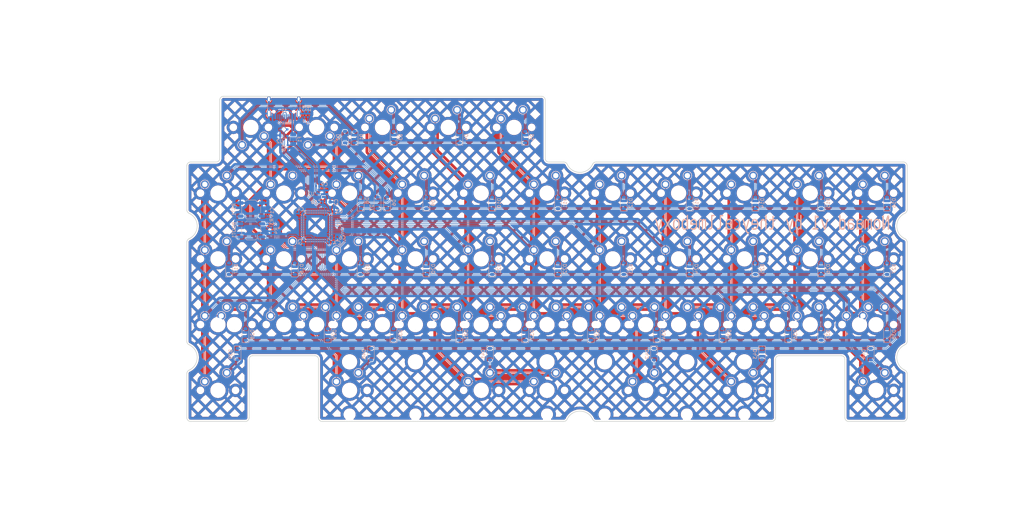
<source format=kicad_pcb>
(kicad_pcb (version 20240108) (generator "pcbnew") (generator_version "8.0")
  (layers (0 "F.Cu" signal) (31 "B.Cu" signal) (34 "B.Paste" user) (35 "F.Paste" user) (36 "B.SilkS" user "B.Silkscreen") (37 "F.SilkS" user "F.Silkscreen") (38 "B.Mask" user) (39 "F.Mask" user) (44 "Edge.Cuts" user))
  (net 0 "")
  (net 1 "+3V3")
  (net 2 "BOOT0")
  (net 3 "GND")
  (net 4 "NRST")
  (net 5 "+5V")
  (net 6 "VBUS")
  (net 7 "D-")
  (net 10 "D+")
  (net 11 "Net-(J1-CC1)")
  (net 12 "Net-(J1-CC2)")
  (net 13 "Net-(R3-Pad2)")
  (net 14 "/B14")
  (net 15 "/A3")
  (net 16 "/A13")
  (net 17 "/A7")
  (net 18 "/B11")
  (net 19 "/B1")
  (net 20 "/B0")
  (net 21 "/A5")
  (net 22 "/A9")
  (net 23 "/B10")
  (net 24 "/A6")
  (net 25 "/B12")
  (net 26 "/B13")
  (net 27 "/A10")
  (net 28 "/B15")
  (net 29 "/A4")
  (net 30 "/B3")
  (net 31 "/B2")
  (net 32 "/A8")
  (net 33 "Net-(D1-A)")
  (net 34 "Net-(D2-A)")
  (net 35 "Net-(D3-A)")
  (net 36 "Net-(D4-A)")
  (net 37 "Net-(D5-A)")
  (net 38 "Net-(D6-A)")
  (net 39 "Net-(D7-A)")
  (net 40 "Net-(D8-A)")
  (net 41 "Net-(D9-A)")
  (net 42 "Net-(D10-A)")
  (net 43 "Net-(D11-A)")
  (net 44 "Net-(D12-A)")
  (net 45 "Net-(D13-A)")
  (net 46 "Net-(D14-A)")
  (net 47 "Net-(D15-A)")
  (net 48 "Net-(D16-A)")
  (net 49 "Net-(D17-A)")
  (net 50 "Net-(D18-A)")
  (net 51 "Net-(D19-A)")
  (net 52 "Net-(D20-A)")
  (net 53 "Net-(D21-A)")
  (net 54 "Net-(D22-A)")
  (net 55 "Net-(D23-A)")
  (net 56 "Net-(D24-A)")
  (net 57 "Net-(D25-A)")
  (net 58 "Net-(D26-A)")
  (net 59 "Net-(D27-A)")
  (net 60 "Net-(D28-A)")
  (net 61 "Net-(D29-A)")
  (net 62 "Net-(D30-A)")
  (net 63 "Net-(D31-A)")
  (net 64 "Net-(D32-A)")
  (net 65 "Net-(D33-A)")
  (net 66 "Net-(D34-A)")
  (net 67 "Net-(D35-A)")
  (net 68 "Net-(D36-A)")
  (net 69 "Net-(D37-A)")
  (net 70 "Net-(D38-A)")
  (net 71 "Net-(D39-A)")
  (net 72 "Net-(D40-A)")
  (net 73 "Net-(D41-A)")
  (net 74 "Net-(D42-A)")
  (net 75 "Net-(D43-A)")
  (net 76 "Net-(D44-A)")
  (net 77 "row2")
  (net 78 "col0")
  (net 79 "col1")
  (net 80 "row0")
  (net 81 "row1")
  (net 82 "col2")
  (net 83 "row3")
  (net 84 "row4")
  (net 85 "col8")
  (net 86 "col9")
  (net 87 "col10")
  (net 88 "col3")
  (net 89 "col4")
  (net 90 "col5")
  (net 91 "col6")
  (net 92 "col7")
  (footprint "PCM_marbastlib-mx:SW_MX_1u" (layer "F.Cu") (at 164.30625 83.34375)
    (property "Reference" "MX12" (hide yes))
    (property "Value" "MX_SW_HS")
  )
  (footprint "PCM_marbastlib-mx:SW_MX_1u" (layer "F.Cu") (at 202.40625 83.34375)
    (property "Reference" "MX14" (hide yes))
    (property "Value" "MX_SW_HS")
  )
  (footprint "PCM_marbastlib-mx:SW_MX_1u" (layer "F.Cu") (at 164.30625 121.44375)
    (property "Reference" "MX34" (hide yes))
    (property "Value" "MX_SW_HS")
  )
  (footprint "PCM_marbastlib-mx:SW_MX_1u" (layer "F.Cu") (at 183.35625 83.34375)
    (property "Reference" "MX13" (hide yes))
    (property "Value" "MX_SW_HS")
  )
  (footprint "PCM_marbastlib-mx:SW_MX_1u" (layer "F.Cu") (at 126.20625 140.49375)
    (property "Reference" "MX51" (hide yes))
    (property "Value" "MX_SW_HS")
  )
  (footprint "PCM_marbastlib-mx:SW_MX_1u" (layer "F.Cu") (at 126.20625 102.39375)
    (property "Reference" "MX21" (hide yes))
    (property "Value" "MX_SW_HS")
  )
  (footprint "PCM_marbastlib-mx:SW_MX_1u" (layer "F.Cu") (at 126.20625 121.44375)
    (property "Reference" "MX32" (hide yes))
    (property "Value" "MX_SW_HS")
  )
  (footprint "PCM_marbastlib-mx:SW_MX_1u" (layer "F.Cu") (at 59.53125 64.29375 180)
    (property "Reference" "MX1" (hide yes))
    (property "Value" "MX_SW_HS")
  )
  (footprint "PCM_marbastlib-mx:SW_MX_1u" (layer "F.Cu") (at 202.40625 102.39375)
    (property "Reference" "MX25" (hide yes))
    (property "Value" "MX_SW_HS")
  )
  (footprint "PCM_marbastlib-mx:SW_MX_1u" (layer "F.Cu") (at 116.68125 121.44375)
    (property "Reference" "MX42" (hide yes))
    (property "Value" "MX_SW_HS")
  )
  (footprint "PCM_marbastlib-mx:SW_MX_1u" (layer "F.Cu") (at 145.25625 83.34375)
    (property "Reference" "MX11" (hide yes))
    (property "Value" "MX_SW_HS")
  )
  (footprint "PCM_marbastlib-mx:SW_MX_1u" (layer "F.Cu") (at 107.15625 83.34375)
    (property "Reference" "MX9" (hide yes))
    (property "Value" "MX_SW_HS")
  )
  (footprint "PCM_marbastlib-mx:SW_MX_1u" (layer "F.Cu") (at 78.58125 64.29375 180)
    (property "Reference" "MX2" (hide yes))
    (property "Value" "MX_SW_HS")
  )
  (footprint "PCM_marbastlib-mx:SW_MX_1u" (layer "F.Cu") (at 164.30625 102.39375)
    (property "Reference" "MX23" (hide yes))
    (property "Value" "MX_SW_HS")
  )
  (footprint "PCM_marbastlib-mx:SW_MX_1u" (layer "F.Cu") (at 240.50625 83.34375)
    (property "Reference" "MX16" (hide yes))
    (property "Value" "MX_SW_HS")
  )
  (footprint "PCM_marbastlib-mx:SW_MX_1u" (layer "F.Cu") (at 54.76875 121.44375)
    (property "Reference" "MX39" (hide yes))
    (property "Value" "MX_SW_HS")
  )
  (footprint "PCM_marbastlib-mx:SW_MX_1u" (layer "F.Cu") (at 221.45625 102.39375)
    (property "Reference" "MX26" (hide yes))
    (property "Value" "MX_SW_HS")
  )
  (footprint "PCM_marbastlib-mx:SW_MX_1u" (layer "F.Cu") (at 240.50625 102.39375)
    (property "Reference" "MX27" (hide yes))
    (property "Value" "MX_SW_HS")
  )
  (footprint "PCM_marbastlib-mx:SW_MX_1u" (layer "F.Cu") (at 135.73125 121.44375)
    (property "Reference" "MX43" (hide yes))
    (property "Value" "MX_SW_HS")
  )
  (footprint "PCM_marbastlib-mx:SW_MX_1u" (layer "F.Cu") (at 88.10625 83.34375)
    (property "Reference" "MX8" (hide yes))
    (property "Value" "MX_SW_HS")
  )
  (footprint "PCM_marbastlib-mx:SW_MX_1u" (layer "F.Cu") (at 69.05625 102.39375)
    (property "Reference" "MX18" (hide yes))
    (property "Value" "MX_SW_HS")
  )
  (footprint "PCM_marbastlib-mx:SW_MX_1u" (layer "F.Cu") (at 107.15625 121.44375)
    (property "Reference" "MX31" (hide yes))
    (property "Value" "MX_SW_HS")
  )
  (footprint "PCM_marbastlib-mx:SW_MX_1u" (layer "F.Cu") (at 183.35625 102.39375)
    (property "Reference" "MX24" (hide yes))
    (property "Value" "MX_SW_HS")
  )
  (footprint "PCM_marbastlib-mx:SW_MX_1u" (layer "F.Cu") (at 88.10625 121.44375)
    (property "Reference" "MX30" (hide yes))
    (property "Value" "MX_SW_HS")
  )
  (footprint "PCM_marbastlib-mx:SW_MX_1u" (layer "F.Cu") (at 97.63125 64.29375)
    (property "Reference" "MX3" (hide yes))
    (property "Value" "MX_SW_HS")
  )
  (footprint "PCM_marbastlib-mx:SW_MX_1u" (layer "F.Cu") (at 240.50625 121.44375)
    (property "Reference" "MX38" (hide yes))
    (property "Value" "MX_SW_HS")
  )
  (footprint "PCM_marbastlib-mx:SW_MX_1u" (layer "F.Cu") (at 221.45625 121.44375)
    (property "Reference" "MX37" (hide yes))
    (property "Value" "MX_SW_HS")
  )
  (footprint "PCM_marbastlib-mx:SW_MX_1u" (layer "F.Cu") (at 50.00625 121.44375)
    (property "Reference" "MX28" (hide yes))
    (property "Value" "MX_SW_HS")
  )
  (footprint "PCM_marbastlib-mx:SW_MX_1u" (layer "F.Cu") (at 202.40625 140.49375)
    (property "Reference" "MX54" (hide yes))
    (property "Value" "MX_SW_HS")
  )
  (footprint "PCM_marbastlib-mx:STAB_MX_2u" (layer "F.Cu") (at 173.83125 140.49375 180)
    (property "Reference" "S2" (hide yes))
    (property "Value" "MX_stab")
  )
  (footprint "PCM_marbastlib-mx:SW_MX_1u" (layer "F.Cu") (at 69.05625 83.34375)
    (property "Reference" "MX7" (hide yes))
    (property "Value" "MX_SW_HS")
  )
  (footprint "PCM_marbastlib-mx:STAB_MX_7u" (layer "F.Cu") (at 145.25625 140.49375 180)
    (property "Reference" "S1" (hide yes))
    (property "Value" "MX_stab")
  )
  (footprint "PCM_marbastlib-mx:SW_MX_1u" (layer "F.Cu") (at 135.73125 64.29375)
    (property "Reference" "MX5" (hide yes))
    (property "Value" "MX_SW_HS")
  )
  (footprint "PCM_marbastlib-mx:SW_MX_1u" (layer "F.Cu") (at 50.00625 83.34375)
    (property "Reference" "MX6" (hide yes))
    (property "Value" "MX_SW_HS")
  )
  (footprint "PCM_marbastlib-mx:SW_MX_1u" (layer "F.Cu") (at 192.88125 121.44375)
    (property "Reference" "MX46" (hide yes))
    (property "Value" "MX_SW_HS")
  )
  (footprint "PCM_marbastlib-mx:SW_MX_1u" (layer "F.Cu") (at 173.83125 140.49375)
    (property "Reference" "MX53" (hide yes))
    (property "Value" "MX_SW_HS")
  )
  (footprint "PCM_marbastlib-mx:SW_MX_1u" (layer "F.Cu") (at 145.25625 102.39375)
    (property "Reference" "MX22" (hide yes))
    (property "Value" "MX_SW_HS")
  )
  (footprint "PCM_marbastlib-mx:SW_MX_1u" (layer "F.Cu") (at 221.45625 83.34375)
    (property "Reference" "MX15" (hide yes))
    (property "Value" "MX_SW_HS")
  )
  (footprint "PCM_marbastlib-mx:SW_MX_1u" (layer "F.Cu") (at 88.10625 140.49375)
    (property "Reference" "MX50" (hide yes))
    (property "Value" "MX_SW_HS")
  )
  (footprint "PCM_marbastlib-mx:SW_MX_1u" (layer "F.Cu") (at 126.20625 83.34375)
    (property "Reference" "MX10" (hide yes))
    (property "Value" "MX_SW_HS")
  )
  (footprint "PCM_marbastlib-mx:SW_MX_1u" (layer "F.Cu") (at 240.50625 140.49375)
    (property "Reference" "MX55" (hide yes))
    (property "Value" "MX_SW_HS")
  )
  (footprint "PCM_marbastlib-mx:SW_MX_1u" (layer "F.Cu") (at 211.93125 121.44375)
    (property "Reference" "MX47" (hide yes))
    (property "Value" "MX_SW_HS")
  )
  (footprint "PCM_marbastlib-mx:SW_MX_1u" (layer "F.Cu") (at 50.00625 102.39375)
    (property "Reference" "MX17" (hide yes))
    (property "Value" "MX_SW_HS")
  )
  (footprint "PCM_marbastlib-mx:SW_MX_1u" (layer "F.Cu") (at 50.00625 140.49375)
    (property "Reference" "MX49" (hide yes))
    (property "Value" "MX_SW_HS")
  )
  (footprint "PCM_marbastlib-mx:SW_MX_1u" (layer "F.Cu") (at 97.63125 121.44375)
    (property "Reference" "MX41" (hide yes))
    (property "Value" "MX_SW_HS")
  )
  (footprint "PCM_marbastlib-mx:SW_MX_1u" (layer "F.Cu") (at 183.35625 121.44375)
    (property "Reference" "MX35" (hide yes))
    (property "Value" "MX_SW_HS")
  )
  (footprint "PCM_marbastlib-mx:SW_MX_1u" (layer "F.Cu") (at 116.68125 64.29375)
    (property "Reference" "MX4" (hide yes))
    (property "Value" "MX_SW_HS")
  )
  (footprint "PCM_marbastlib-mx:SW_MX_1u" (layer "F.Cu") (at 235.74375 121.44375)
    (property "Reference" "MX48" (hide yes))
    (property "Value" "MX_SW_HS")
  )
  (footprint "PCM_marbastlib-mx:SW_MX_1u" (layer "F.Cu") (at 69.05625 121.44375)
    (property "Reference" "MX29" (hide yes))
    (property "Value" "MX_SW_HS")
  )
  (footprint "PCM_marbastlib-mx:STAB_MX_3u" (layer "F.Cu") (at 126.20625 140.49375 180)
    (property "Reference" "S3" (hide yes))
    (property "Value" "MX_stab")
  )
  (footprint "PCM_marbastlib-mx:SW_MX_1u" (layer "F.Cu") (at 202.40625 121.44375)
    (property "Reference" "MX36" (hide yes))
    (property "Value" "MX_SW_HS")
  )
  (footprint "PCM_marbastlib-mx:SW_MX_1u" (layer "F.Cu") (at 107.15625 102.39375)
    (property "Reference" "MX20" (hide yes))
    (property "Value" "MX_SW_HS")
  )
  (footprint "PCM_marbastlib-mx:SW_MX_1u" (layer "F.Cu") (at 145.25625 121.44375)
    (property "Reference" "MX33" (hide yes))
    (property "Value" "MX_SW_HS")
  )
  (footprint "PCM_marbastlib-mx:SW_MX_1u" (layer "F.Cu") (at 145.25625 140.49375)
    (property "Reference" "MX52" (hide yes))
    (property "Value" "MX_SW_HS")
  )
  (footprint "PCM_marbastlib-mx:SW_MX_1u" (layer "F.Cu") (at 154.78125 121.44375)
    (property "Reference" "MX44" (hide yes))
    (property "Value" "MX_SW_HS")
  )
  (footprint "PCM_marbastlib-mx:SW_MX_1u" (layer "F.Cu") (at 173.83125 121.44375)
    (property "Reference" "MX45" (hide yes))
    (property "Value" "MX_SW_HS")
  )
  (footprint "PCM_marbastlib-mx:SW_MX_1u" (layer "F.Cu") (at 88.10625 102.39375)
    (property "Reference" "MX19" (hide yes))
    (property "Value" "MX_SW_HS")
  )
  (footprint "PCM_marbastlib-mx:SW_MX_1u" (layer "F.Cu") (at 78.58125 121.44375)
    (property "Reference" "MX40" (hide yes))
    (property "Value" "MX_SW_HS")
  )
  (footprint "Capacitor_SMD:C_0402_1005Metric" (layer "B.Cu") (at 64.35 89.5 90)
    (property "Reference" "C1")
    (property "Value" "100nF")
  )
  (footprint "Diode_SMD:D_SOD-123" (layer "B.Cu") (at 224.65 105.25 90)
    (property "Reference" "D26")
    (property "Value" "D")
  )
  (footprint "Diode_SMD:D_SOD-123" (layer "B.Cu") (at 177.025 124.3 90)
    (property "Reference" "D34")
    (property "Value" "D")
  )
  (footprint "Fuse:Fuse_1206_3216Metric" (layer "B.Cu") (at 71.8 67.7 -90)
    (property "Reference" "F1")
    (property "Value" "500mA")
  )
  (footprint "Button_Switch_SMD:SW_SPST_TL3342" (layer "B.Cu") (at 59.6 94.15)
    (property "Reference" "BOOT1")
    (property "Value" "SW_SPST")
  )
  (footprint "Diode_SMD:D_SOD-123" (layer "B.Cu") (at 128.75 130 -90)
    (property "Reference" "D41")
    (property "Value" "D")
  )
  (footprint "Diode_SMD:D_SOD-123" (layer "B.Cu") (at 138.9475 67.1275 90)
    (property "Reference" "D5")
    (property "Value" "D")
  )
  (footprint "Package_TO_SOT_SMD:SOT-143" (layer "B.Cu") (at 69.05 65.85)
    (property "Reference" "U2")
    (property "Value" "PRTR5V0U2X")
  )
  (footprint "Diode_SMD:D_SOD-123" (layer "B.Cu") (at 243.7 86.2 90)
    (property "Reference" "D16")
    (property "Value" "D")
  )
  (footprint "Resistor_SMD:R_0402_1005Metric" (layer "B.Cu") (at 76 60.8 -90)
    (property "Reference" "R1")
    (property "Value" "5.1k")
  )
  (footprint "Diode_SMD:D_SOD-123" (layer "B.Cu") (at 81.775 124.3 90)
    (property "Reference" "D29")
    (property "Value" "D")
  )
  (footprint "Capacitor_SMD:C_0402_1005Metric" (layer "B.Cu") (at 70.2 69.95 -90)
    (property "Reference" "C8")
    (property "Value" "100nF")
  )
  (footprint "Diode_SMD:D_SOD-123" (layer "B.Cu") (at 100.8475 67.1275 90)
    (property "Reference" "D3")
    (property "Value" "D")
  )
  (footprint "Diode_SMD:D_SOD-123" (layer "B.Cu") (at 176.25 130 -90)
    (property "Reference" "D42")
    (property "Value" "D")
  )
  (footprint "Capacitor_SMD:C_0402_1005Metric" (layer "B.Cu") (at 80.85 85.7 180)
    (property "Reference" "C10")
    (property "Value" "1uF")
  )
  (footprint "Diode_SMD:D_SOD-123" (layer "B.Cu") (at 148.45 105.25 90)
    (property "Reference" "D22")
    (property "Value" "D")
  )
  (footprint "Capacitor_SMD:C_0402_1005Metric" (layer "B.Cu") (at 74.95 97.55 -90)
    (property "Reference" "C5")
    (property "Value" "100nF")
  )
  (footprint "Diode_SMD:D_SOD-123" (layer "B.Cu") (at 72.25 105.25 90)
    (property "Reference" "D18")
    (property "Value" "D")
  )
  (footprint "Diode_SMD:D_SOD-123" (layer "B.Cu") (at 119.8975 67.1275 90)
    (property "Reference" "D4")
    (property "Value" "D")
  )
  (footprint "Capacitor_SMD:C_0402_1005Metric" (layer "B.Cu") (at 82.65 97.45)
    (property "Reference" "C7")
    (property "Value" "100nF")
  )
  (footprint "Diode_SMD:D_SOD-123" (layer "B.Cu") (at 215.125 124.3 90)
    (property "Reference" "D36")
    (property "Value" "D")
  )
  (footprint "Diode_SMD:D_SOD-123" (layer "B.Cu") (at 196.075 124.3 90)
    (property "Reference" "D35")
    (property "Value" "D")
  )
  (footprint "Diode_SMD:D_SOD-123" (layer "B.Cu") (at 186.55 86.2 90)
    (property "Reference" "D13")
    (property "Value" "D")
  )
  (footprint "Capacitor_SMD:C_0402_1005Metric" (layer "B.Cu") (at 73.9 89.25 180)
    (property "Reference" "C4")
    (property "Value" "100nF")
  )
  (footprint "Diode_SMD:D_SOD-123" (layer "B.Cu") (at 224.65 124.3 90)
    (property "Reference" "D37")
    (property "Value" "D")
  )
  (footprint "Diode_SMD:D_SOD-123" (layer "B.Cu") (at 238.95 130 -90)
    (property "Reference" "D44")
    (property "Value" "D")
  )
  (footprint "Diode_SMD:D_SOD-123" (layer "B.Cu") (at 94.2725 130 -90)
    (property "Reference" "D40")
    (property "Value" "D")
  )
  (footprint "Capacitor_SMD:C_0402_1005Metric" (layer "B.Cu") (at 83.15 88.65)
    (property "Reference" "C3")
    (property "Value" "100nF")
  )
  (footprint "Diode_SMD:D_SOD-123" (layer "B.Cu") (at 91.3225 86.1775 90)
    (property "Reference" "D8")
    (property "Value" "D")
  )
  (footprint "Diode_SMD:D_SOD-123" (layer "B.Cu") (at 96.2 86.1775 90)
    (property "Reference" "D7")
    (property "Value" "D")
  )
  (footprint "Package_QFP:LQFP-48_7x7mm_P0.5mm" (layer "B.Cu") (at 78.58125 92.86875 90)
    (property "Reference" "U1")
    (property "Value" "STM32F072CBT6")
  )
  (footprint "Diode_SMD:D_SOD-123" (layer "B.Cu") (at 138.925 124.3 90)
    (property "Reference" "D32")
    (property "Value" "D")
  )
  (footprint "Capacitor_SMD:C_0402_1005Metric" (layer "B.Cu") (at 83.6 96.5)
    (property "Reference" "C6")
    (property "Value" "100nF")
  )
  (footprint "Resistor_SMD:R_0402_1005Metric" (layer "B.Cu") (at 75.05 60.8 90)
    (property "Reference" "R2")
    (property "Value" "5.1k")
  )
  (footprint "PCM_marbastlib-various:USB_C_Receptacle_HRO_TYPE-C-31-M-12" (layer "B.Cu") (at 69.05625 57.15)
    (property "Reference" "J1")
    (property "Value" "USB_C_Receptacle_USB2.0")
  )
  (footprint "Diode_SMD:D_SOD-123" (layer "B.Cu") (at 98.95 86.1325 90)
    (property "Reference" "D6")
    (property "Value" "D")
  )
  (footprint "Diode_SMD:D_SOD-123" (layer "B.Cu") (at 129.4 105.25 90)
    (property "Reference" "D21")
    (property "Value" "D")
  )
  (footprint "Diode_SMD:D_SOD-123" (layer "B.Cu") (at 53.2 105.25 90)
    (property "Reference" "D17")
    (property "Value" "D")
  )
  (footprint "Capacitor_SMD:C_0603_1608Metric" (layer "B.Cu") (at 82.5 86.7 90)
    (property "Reference" "C2")
    (property "Value" "10uF")
  )
  (footprint "Diode_SMD:D_SOD-123" (layer "B.Cu") (at 186.55 105.25 90)
    (property "Reference" "D24")
    (property "Value" "D")
  )
  (footprint "Diode_SMD:D_SOD-123" (layer "B.Cu") (at 224.65 86.2 90)
    (property "Reference" "D15")
    (property "Value" "D")
  )
  (footprint "Diode_SMD:D_SOD-123" (layer "B.Cu") (at 119.875 124.3 90)
    (property "Reference" "D31")
    (property "Value" "D")
  )
  (footprint "Package_TO_SOT_SMD:SOT-23" (layer "B.Cu") (at 79.85 83.5 180)
    (property "Reference" "U3")
    (property "Value" "XC6206PxxxMR-Regulator_Linear")
  )
  (footprint "Diode_SMD:D_SOD-123" (layer "B.Cu") (at 89.55 67.1275 90)
    (property "Reference" "D1")
    (property "Value" "D")
  )
  (footprint "Diode_SMD:D_SOD-123" (layer "B.Cu") (at 110.35 86.2 90)
    (property "Reference" "D9")
    (property "Value" "D")
  )
  (footprint "Diode_SMD:D_SOD-123" (layer "B.Cu") (at 167.5 105.25 90)
    (property "Reference" "D23")
    (property "Value" "D")
  )
  (footprint "Resistor_SMD:R_0402_1005Metric" (layer "B.Cu") (at 65.4 93.9 -90)
    (property "Reference" "R4")
    (property "Value" "5.1k")
  )
  (footprint "Diode_SMD:D_SOD-123" (layer "B.Cu") (at 57.9625 124.3 90)
    (property "Reference" "D28")
    (property "Value" "D")
  )
  (footprint "Resistor_SMD:R_0402_1005Metric" (layer "B.Cu") (at 64.4 92.9 -90)
    (property "Reference" "R3")
    (property "Value" "5.1k")
  )
  (footprint "Diode_SMD:D_SOD-123" (layer "B.Cu") (at 167.5 86.2 90)
    (property "Reference" "D12")
    (property "Value" "D")
  )
  (footprint "Diode_SMD:D_SOD-123" (layer "B.Cu") (at 243.7 105.25 90)
    (property "Reference" "D27")
    (property "Value" "D")
  )
  (footprint "Diode_SMD:D_SOD-123" (layer "B.Cu") (at 148.45 86.2 90)
    (property "Reference" "D11")
    (property "Value" "D")
  )
  (footprint "Diode_SMD:D_SOD-123" (layer "B.Cu") (at 207.5 130 -90)
    (property "Reference" "D43")
    (property "Value" "D")
  )
  (footprint "Diode_SMD:D_SOD-123" (layer "B.Cu") (at 205.6 105.25 90)
    (property "Reference" "D25")
    (property "Value" "D")
  )
  (footprint "Diode_SMD:D_SOD-123" (layer "B.Cu") (at 205.6 86.2 90)
    (property "Reference" "D14")
    (property "Value" "D")
  )
  (footprint "Capacitor_SMD:C_0402_1005Metric" (layer "B.Cu") (at 78.85 81.3)
    (property "Reference" "C9")
    (property "Value" "1uF")
  )
  (footprint "Diode_SMD:D_SOD-123" (layer "B.Cu") (at 55.6725 130 -90)
    (property "Reference" "D39")
    (property "Value" "D")
  )
  (footprint "Diode_SMD:D_SOD-123" (layer "B.Cu") (at 86.8 67.1275 90)
    (property "Reference" "D2")
    (property "Value" "D")
  )
  (footprint "Diode_SMD:D_SOD-123" (layer "B.Cu") (at 91.3 105.25 90)
    (property "Reference" "D19")
    (property "Value" "D")
  )
  (footprint "Diode_SMD:D_SOD-123" (layer "B.Cu") (at 100.825 124.3 90)
    (property "Reference" "D30")
    (property "Value" "D")
  )
  (footprint "Button_Switch_SMD:SW_SPST_TL3342" (layer "B.Cu") (at 59.6 88.10625)
    (property "Reference" "RST1")
    (property "Value" "SW_SPST")
  )
  (footprint "Diode_SMD:D_SOD-123" (layer "B.Cu") (at 110.35 105.25 90)
    (property "Reference" "D20")
    (property "Value" "D")
  )
  (footprint "Diode_SMD:D_SOD-123" (layer "B.Cu") (at 157.975 124.3 90)
    (property "Reference" "D33")
    (property "Value" "D")
  )
  (footprint "Diode_SMD:D_SOD-123" (layer "B.Cu") (at 129.4 86.2 90)
    (property "Reference" "D10")
    (property "Value" "D")
  )
  (footprint "Diode_SMD:D_SOD-123" (layer "B.Cu") (at 243.7 124.3 90)
    (property "Reference" "D38")
    (property "Value" "D")
  )
  (gr_line (start 232.55625 149.49375) (end 248.45625 149.49375) (stroke (width 0.2)) (layer "Edge.Cuts"))
  (gr_arc (start 248.888603 96.559475) (mid 246.50625 92.86875) (end 248.888603 89.178025) (stroke (width 0.2)) (layer "Edge.Cuts"))
  (gr_arc (start 249.50625 88.221168) (mid 249.338427 88.790611) (end 248.888603 89.178025) (stroke (width 0.2)) (layer "Edge.Cuts"))
  (gr_arc (start 151.090525 148.876103) (mid 154.78125 146.49375) (end 158.471975 148.876103) (stroke (width 0.2)) (layer "Edge.Cuts"))
  (gr_line (start 42.05625 149.49375) (end 57.95625 149.49375) (stroke (width 0.2)) (layer "Edge.Cuts"))
  (gr_line (start 60.05625 130.44375) (end 78.056251 130.44375) (stroke (width 0.2)) (layer "Edge.Cuts"))
  (gr_arc (start 78.056251 130.44375) (mid 78.798712 130.751288) (end 79.10625 131.49375) (stroke (width 0.2)) (layer "Edge.Cuts"))
  (gr_arc (start 248.888603 96.559475) (mid 249.338426 96.946889) (end 249.50625 97.516332) (stroke (width 0.2)) (layer "Edge.Cuts"))
  (gr_arc (start 158.471975 74.961397) (mid 158.859389 74.511574) (end 159.428832 74.34375) (stroke (width 0.2)) (layer "Edge.Cuts"))
  (gr_arc (start 145.78125 74.34375) (mid 145.038788 74.036212) (end 144.73125 73.29375) (stroke (width 0.2)) (layer "Edge.Cuts"))
  (gr_line (start 231.50625 131.49375) (end 231.50625 148.44375) (stroke (width 0.2)) (layer "Edge.Cuts"))
  (gr_arc (start 248.888603 134.659475) (mid 246.50625 130.96875) (end 248.888603 127.278025) (stroke (width 0.2)) (layer "Edge.Cuts"))
  (gr_line (start 80.15625 149.49375) (end 150.133668 149.49375) (stroke (width 0.2)) (layer "Edge.Cuts"))
  (gr_line (start 249.50625 126.321168) (end 249.50625 97.516332) (stroke (width 0.2)) (layer "Edge.Cuts"))
  (gr_arc (start 248.456251 74.34375) (mid 249.198712 74.651288) (end 249.50625 75.39375) (stroke (width 0.2)) (layer "Edge.Cuts"))
  (gr_arc (start 41.623897 127.278025) (mid 44.00625 130.96875) (end 41.623897 134.659475) (stroke (width 0.2)) (layer "Edge.Cuts"))
  (gr_arc (start 232.55625 149.49375) (mid 231.813788 149.186212) (end 231.50625 148.44375) (stroke (width 0.2)) (layer "Edge.Cuts"))
  (gr_line (start 150.133668 74.34375) (end 145.78125 74.34375) (stroke (width 0.2)) (layer "Edge.Cuts"))
  (gr_arc (start 41.623897 127.278025) (mid 41.175731 126.893186) (end 41.00625 126.327298) (stroke (width 0.2)) (layer "Edge.Cuts"))
  (gr_line (start 159.428832 149.49375) (end 210.35625 149.49375) (stroke (width 0.2)) (layer "Edge.Cuts"))
  (gr_arc (start 230.456251 130.44375) (mid 231.198712 130.751288) (end 231.50625 131.49375) (stroke (width 0.2)) (layer "Edge.Cuts"))
  (gr_line (start 248.456251 74.34375) (end 159.428832 74.34375) (stroke (width 0.2)) (layer "Edge.Cuts"))
  (gr_arc (start 50.53125 73.29375) (mid 50.223712 74.036212) (end 49.48125 74.34375) (stroke (width 0.2)) (layer "Edge.Cuts"))
  (gr_line (start 49.48125 74.34375) (end 42.05625 74.34375) (stroke (width 0.2)) (layer "Edge.Cuts"))
  (gr_line (start 249.50625 148.44375) (end 249.50625 135.616332) (stroke (width 0.2)) (layer "Edge.Cuts"))
  (gr_line (start 144.73125 73.29375) (end 144.73125 56.34375) (stroke (width 0.2)) (layer "Edge.Cuts"))
  (gr_arc (start 143.681251 55.29375) (mid 144.423712 55.601288) (end 144.73125 56.34375) (stroke (width 0.2)) (layer "Edge.Cuts"))
  (gr_line (start 59.00625 148.44375) (end 59.00625 131.493749) (stroke (width 0.2)) (layer "Edge.Cuts"))
  (gr_arc (start 249.50625 148.44375) (mid 249.198712 149.186212) (end 248.45625 149.49375) (stroke (width 0.2)) (layer "Edge.Cuts"))
  (gr_arc (start 159.428832 149.49375) (mid 158.859389 149.325927) (end 158.471975 148.876103) (stroke (width 0.2)) (layer "Edge.Cuts"))
  (gr_arc (start 248.888603 134.659475) (mid 249.338426 135.046889) (end 249.50625 135.616332) (stroke (width 0.2)) (layer "Edge.Cuts"))
  (gr_arc (start 249.50625 126.321168) (mid 249.338427 126.890611) (end 248.888603 127.278025) (stroke (width 0.2)) (layer "Edge.Cuts"))
  (gr_line (start 212.45625 130.44375) (end 230.456251 130.44375) (stroke (width 0.2)) (layer "Edge.Cuts"))
  (gr_line (start 79.10625 131.49375) (end 79.10625 148.44375) (stroke (width 0.2)) (layer "Edge.Cuts"))
  (gr_line (start 211.40625 148.44375) (end 211.40625 131.49375) (stroke (width 0.2)) (layer "Edge.Cuts"))
  (gr_line (start 41.00625 75.39375) (end 41.00625 88.227298) (stroke (width 0.2)) (layer "Edge.Cuts"))
  (gr_arc (start 41.00625 97.51635) (mid 41.174067 96.946888) (end 41.623897 96.559475) (stroke (width 0.2)) (layer "Edge.Cuts"))
  (gr_arc (start 211.40625 131.49375) (mid 211.713788 130.751288) (end 212.45625 130.44375) (stroke (width 0.2)) (layer "Edge.Cuts"))
  (gr_arc (start 158.471975 74.961397) (mid 154.78125 77.34375) (end 151.090525 74.961397) (stroke (width 0.2)) (layer "Edge.Cuts"))
  (gr_line (start 50.53125 56.34375) (end 50.53125 73.29375) (stroke (width 0.2)) (layer "Edge.Cuts"))
  (gr_arc (start 80.15625 149.49375) (mid 79.413788 149.186212) (end 79.10625 148.44375) (stroke (width 0.2)) (layer "Edge.Cuts"))
  (gr_arc (start 41.00625 75.39375) (mid 41.313788 74.651288) (end 42.05625 74.34375) (stroke (width 0.2)) (layer "Edge.Cuts"))
  (gr_arc (start 59.00625 131.493749) (mid 59.313788 130.751288) (end 60.05625 130.44375) (stroke (width 0.2)) (layer "Edge.Cuts"))
  (gr_arc (start 41.623897 89.178025) (mid 44.00625 92.86875) (end 41.623897 96.559475) (stroke (width 0.2)) (layer "Edge.Cuts"))
  (gr_arc (start 41.00625 135.61635) (mid 41.174067 135.046888) (end 41.623897 134.659475) (stroke (width 0.2)) (layer "Edge.Cuts"))
  (gr_arc (start 59.00625 148.44375) (mid 58.698712 149.186212) (end 57.95625 149.49375) (stroke (width 0.2)) (layer "Edge.Cuts"))
  (gr_line (start 41.00625 135.61635) (end 41.00625 148.44375) (stroke (width 0.2)) (layer "Edge.Cuts"))
  (gr_arc (start 41.623897 89.178025) (mid 41.175731 88.793186) (end 41.00625 88.227298) (stroke (width 0.2)) (layer "Edge.Cuts"))
  (gr_arc (start 211.40625 148.44375) (mid 211.098712 149.186212) (end 210.35625 149.49375) (stroke (width 0.2)) (layer "Edge.Cuts"))
  (gr_line (start 41.00625 97.51635) (end 41.00625 126.327298) (stroke (width 0.2)) (layer "Edge.Cuts"))
  (gr_line (start 249.50625 88.221168) (end 249.50625 75.39375) (stroke (width 0.2)) (layer "Edge.Cuts"))
  (gr_arc (start 42.05625 149.49375) (mid 41.313788 149.186212) (end 41.00625 148.44375) (stroke (width 0.2)) (layer "Edge.Cuts"))
  (gr_line (start 143.681251 55.29375) (end 51.58125 55.29375) (stroke (width 0.2)) (layer "Edge.Cuts"))
  (gr_arc (start 151.090525 148.876103) (mid 150.703111 149.325926) (end 150.133668 149.49375) (stroke (width 0.2)) (layer "Edge.Cuts"))
  (gr_arc (start 150.133668 74.34375) (mid 150.703111 74.511573) (end 151.090525 74.961397) (stroke (width 0.2)) (layer "Edge.Cuts"))
  (gr_arc (start 50.53125 56.34375) (mid 50.838788 55.601288) (end 51.58125 55.29375) (stroke (width 0.2)) (layer "Edge.Cuts"))
  (gr_text "Nomaad v1 by theycallmeboxy" (at 244.6 94.6 0) (layer "B.SilkS") (effects (font (size 4 3) (thickness 0.1)) (justify left bottom mirror)))
  (segment (start 82.65 89.4) (end 82.05 88.8) (width 0.4) (layer "F.Cu") (net 1))
  (segment (start 74.55 89.4) (end 75.15 88.8) (width 0.4) (layer "F.Cu") (net 1))
  (segment (start 82.05 88.8) (end 75.15 88.8) (width 0.4) (layer "F.Cu") (net 1))
  (segment (start 82.65 97.8) (end 82.65 89.4) (width 0.4) (layer "F.Cu") (net 1))
  (segment (start 81.05 97.1) (end 75.35 97.1) (width 0.4) (layer "F.Cu") (net 1))
  (segment (start 82.2 98.25) (end 82.65 97.8) (width 0.4) (layer "F.Cu") (net 1))
  (segment (start 75.35 97.1) (end 74.55 96.3) (width 0.4) (layer "F.Cu") (net 1))
  (segment (start 74.55 96.3) (end 74.55 89.4) (width 0.4) (layer "F.Cu") (net 1))
  (segment (start 82.2 98.25) (end 81.05 97.1) (width 0.4) (layer "F.Cu") (net 1))
  (via (at 82.2 98.25) (size 0.6) (drill 0.3) (layers "F.Cu" "B.Cu") (net 1))
  (via (at 74.55 96.3) (size 0.6) (drill 0.3) (layers "F.Cu" "B.Cu") (net 1))
  (via (at 75.15 88.8) (size 0.6) (drill 0.3) (layers "F.Cu" "B.Cu") (net 1))
  (via (at 82.65 89.4) (size 0.6) (drill 0.3) (layers "F.Cu" "B.Cu") (net 1))
  (segment (start 83.002444 96.5) (end 83.12 96.5) (width 0.4) (layer "B.Cu") (net 1))
  (segment (start 83.12 96.045) (end 82.74375 95.66875) (width 0.4) (layer "B.Cu") (net 1))
  (segment (start 74.95 97.07) (end 74.95 96.5) (width 0.3) (layer "B.Cu") (net 1))
  (segment (start 70.25 96.05) (end 70.75 95.55) (width 0.3) (layer "B.Cu") (net 1))
  (segment (start 81.33 85.7) (end 81.33 86.305) (width 0.4) (layer "B.Cu") (net 1))
  (segment (start 81.8 97.45) (end 81.38125 97.03125) (width 0.4) (layer "B.Cu") (net 1))
  (segment (start 81.33 85.7) (end 81.33 84.9925) (width 0.4) (layer "B.Cu") (net 1))
  (segment (start 82.67 88.65) (end 82.65 88.67) (width 0.4) (layer "B.Cu") (net 1))
  (segment (start 74.83 88.8) (end 74.38 89.25) (width 0.4) (layer "B.Cu") (net 1))
  (segment (start 77.33125 96.13125) (end 77.33125 97.03125) (width 0.3) (layer "B.Cu") (net 1))
  (segment (start 82.67 88.65) (end 81.3875 88.65) (width 0.3) (layer "B.Cu") (net 1))
  (segment (start 75.65 95.8) (end 77 95.8) (width 0.3) (layer "B.Cu") (net 1))
  (segment (start 82.5 88.48) (end 82.67 88.65) (width 0.4) (layer "B.Cu") (net 1))
  (segment (start 77 95.8) (end 77.33125 96.13125) (width 0.3) (layer "B.Cu") (net 1))
  (segment (start 82.17 97.45) (end 81.8 97.45) (width 0.4) (layer "B.Cu") (net 1))
  (segment (start 82.2 98.25) (end 82.2 97.48) (width 0.4) (layer "B.Cu") (net 1))
  (segment (start 62.75 96.05) (end 56.45 96.05) (width 0.3) (layer "B.Cu") (net 1))
  (segment (start 82.65 88.67) (end 82.65 89.4) (width 0.4) (layer "B.Cu") (net 1))
  (segment (start 74.55 96.3) (end 74.92 96.67) (width 0.4) (layer "B.Cu") (net 1))
  (segment (start 72.45 95.55) (end 73.2 96.3) (width 0.3) (layer "B.Cu") (net 1))
  (segment (start 74.95 96.5) (end 75.65 95.8) (width 0.3) (layer "B.Cu") (net 1))
  (segment (start 81.3875 88.65) (end 81.38125 88.65625) (width 0.3) (layer "B.Cu") (net 1))
  (segment (start 74.41875 89.28875) (end 74.38 89.25) (width 0.3) (layer "B.Cu") (net 1))
  (segment (start 81.33 86.305) (end 82.5 87.475) (width 0.4) (layer "B.Cu") (net 1))
  (segment (start 82.5 87.475) (end 82.5 88.48) (width 0.4) (layer "B.Cu") (net 1))
  (segment (start 73.2 96.3) (end 74.55 96.3) (width 0.3) (layer "B.Cu") (net 1))
  (segment (start 74.92 96.67) (end 74.92 97.1) (width 0.4) (layer "B.Cu") (net 1))
  (segment (start 70.75 95.55) (end 72.45 95.55) (width 0.3) (layer "B.Cu") (net 1))
  (segment (start 62.75 96.05) (end 70.25 96.05) (width 0.3) (layer "B.Cu") (net 1))
  (segment (start 74.92 97.1) (end 74.95 97.07) (width 0.2) (layer "B.Cu") (net 1))
  (segment (start 81.33 84.9925) (end 80.7875 84.45) (width 0.4) (layer "B.Cu") (net 1))
  (segment (start 74.41875 90.11875) (end 74.41875 89.28875) (width 0.3) (layer "B.Cu") (net 1))
  (segment (start 82.17 97.45) (end 82.17 97.332444) (width 0.4) (layer "B.Cu") (net 1))
  (segment (start 82.2 97.48) (end 82.17 97.45) (width 0.2) (layer "B.Cu") (net 1))
  (segment (start 82.17 97.332444) (end 83.002444 96.5) (width 0.4) (layer "B.Cu") (net 1))
  (segment (start 81.38125 88.65625) (end 81.38125 88.70625) (width 0.3) (layer "B.Cu") (net 1))
  (segment (start 83.12 96.5) (end 83.12 96.045) (width 0.4) (layer "B.Cu") (net 1))
  (segment (start 75.15 88.8) (end 74.83 88.8) (width 0.4) (layer "B.Cu") (net 1))
  (segment (start 69.95 99.75) (end 66.6 96.4) (width 0.2) (layer "F.Cu") (net 2))
  (segment (start 86 93.71875) (end 86 95.8) (width 0.2) (layer "F.Cu") (net 2))
  (segment (start 86 95.8) (end 82.05 99.75) (width 0.2) (layer "F.Cu") (net 2))
  (segment (start 66.6 96.4) (end 66.6 92.39) (width 0.2) (layer "F.Cu") (net 2))
  (segment (start 82.05 99.75) (end 69.95 99.75) (width 0.2) (layer "F.Cu") (net 2))
  (via (at 86 93.71875) (size 0.6) (drill 0.3) (layers "F.Cu" "B.Cu") (net 2))
  (via (at 66.6 92.39) (size 0.6) (drill 0.3) (layers "F.Cu" "B.Cu") (net 2))
  (segment (start 56.45 92.25) (end 62.75 92.25) (width 0.2) (layer "B.Cu") (net 2))
  (segment (start 62.89 92.39) (end 62.75 92.25) (width 0.2) (layer "B.Cu") (net 2))
  (segment (start 82.775 93.65) (end 82.74375 93.61875) (width 0.2) (layer "B.Cu") (net 2))
  (segment (start 66.6 92.39) (end 64.4 92.39) (width 0.2) (layer "B.Cu") (net 2))
  (segment (start 85.93125 93.65) (end 82.775 93.65) (width 0.2) (layer "B.Cu") (net 2))
  (segment (start 86 93.71875) (end 85.93125 93.65) (width 0.2) (layer "B.Cu") (net 2))
  (segment (start 64.4 92.39) (end 62.89 92.39) (width 0.2) (layer "B.Cu") (net 2))
  (segment (start 65.80625 61.195) (end 65.65125 61.195) (width 0.2) (layer "B.Cu") (net 3))
  (segment (start 56.45 86.20625) (end 62.75 86.20625) (width 0.2) (layer "B.Cu") (net 3))
  (segment (start 72.30625 61.195) (end 72.46125 61.195) (width 0.2) (layer "B.Cu") (net 3))
  (segment (start 67.45 96.684314) (end 67.45 92.1) (width 0.2) (layer "F.Cu") (net 4))
  (segment (start 65.35 90) (end 65.3 90) (width 0.2) (layer "F.Cu") (net 4))
  (segment (start 67.45 92.1) (end 65.35 90) (width 0.2) (layer "F.Cu") (net 4))
  (segment (start 78.23125 99.15) (end 69.915686 99.15) (width 0.2) (layer "F.Cu") (net 4))
  (segment (start 69.915686 99.15) (end 67.45 96.684314) (width 0.2) (layer "F.Cu") (net 4))
  (via (at 78.23125 99.15) (size 0.6) (drill 0.3) (layers "F.Cu" "B.Cu") (net 4))
  (via (at 65.3 90) (size 0.6) (drill 0.3) (layers "F.Cu" "B.Cu") (net 4))
  (segment (start 78.23125 99.15) (end 78.33125 99.05) (width 0.2) (layer "B.Cu") (net 4))
  (segment (start 62.77625 89.98) (end 62.75 90.00625) (width 0.2) (layer "B.Cu") (net 4))
  (segment (start 64.37 90) (end 64.35 89.98) (width 0.2) (layer "B.Cu") (net 4))
  (segment (start 78.33125 99.05) (end 78.33125 97.03125) (width 0.2) (layer "B.Cu") (net 4))
  (segment (start 65.3 90) (end 64.37 90) (width 0.2) (layer "B.Cu") (net 4))
  (segment (start 56.45 90.00625) (end 62.75 90.00625) (width 0.2) (layer "B.Cu") (net 4))
  (segment (start 64.35 89.98) (end 62.77625 89.98) (width 0.2) (layer "B.Cu") (net 4))
  (segment (start 71.8 69.1) (end 71.4 69.1) (width 0.4) (layer "B.Cu") (net 5))
  (segment (start 70.2 69.47) (end 70.2 66.95) (width 0.4) (layer "B.Cu") (net 5))
  (segment (start 78.37 81.3) (end 78.37 82.77) (width 0.4) (layer "B.Cu") (net 5))
  (segment (start 71.03 69.47) (end 70.2 69.47) (width 0.4) (layer "B.Cu") (net 5))
  (segment (start 78.9125 83.3125) (end 78.9125 83.5) (width 0.4) (layer "B.Cu") (net 5))
  (segment (start 78.37 75.67) (end 78.37 81.3) (width 0.4) (layer "B.Cu") (net 5))
  (segment (start 71.4 69.1) (end 71.03 69.47) (width 0.4) (layer "B.Cu") (net 5))
  (segment (start 71.8 69.1) (end 78.37 75.67) (width 0.4) (layer "B.Cu") (net 5))
  (segment (start 70.2 66.95) (end 70.05 66.8) (width 0.4) (layer "B.Cu") (net 5))
  (segment (start 78.37 82.77) (end 78.9125 83.3125) (width 0.4) (layer "B.Cu") (net 5))
  (segment (start 70.45 59.35) (end 67.7 59.35) (width 0.4) (layer "B.Cu") (net 6))
  (segment (start 71.50625 66.00625) (end 71.50625 61.195) (width 0.4) (layer "B.Cu") (net 6))
  (segment (start 71.8 66.3) (end 71.50625 66.00625) (width 0.2) (layer "B.Cu") (net 6))
  (segment (start 71.50625 60.40625) (end 70.45 59.35) (width 0.4) (layer "B.Cu") (net 6))
  (segment (start 66.60625 60.44375) (end 66.60625 61.195) (width 0.4) (layer "B.Cu") (net 6))
  (segment (start 67.7 59.35) (end 66.60625 60.44375) (width 0.4) (layer "B.Cu") (net 6))
  (segment (start 71.50625 61.195) (end 71.50625 60.40625) (width 0.4) (layer "B.Cu") (net 6))
  (segment (start 69.29375 62.25625) (end 69.29375 61.305) (width 0.2) (layer "B.Cu") (net 7))
  (segment (start 68.1 64.9) (end 68.05 64.9) (width 0.2) (layer "B.Cu") (net 7))
  (segment (start 79.33125 88.11875) (end 79.35625 88.09375) (width 0.2) (layer "B.Cu") (net 7))
  (segment (start 68.51375 62.5) (end 69.05 62.5) (width 0.2) (layer "B.Cu") (net 7))
  (segment (start 68.29375 62.28) (end 68.51375 62.5) (width 0.2) (layer "B.Cu") (net 7))
  (segment (start 75.625 83.8932) (end 75.625 78.175) (width 0.2) (layer "B.Cu") (net 7))
  (segment (start 79.33125 88.70625) (end 79.33125 88.11875) (width 0.2) (layer "B.Cu") (net 7))
  (segment (start 68.8 65.65) (end 68.05 64.9) (width 0.2) (layer "B.Cu") (net 7))
  (segment (start 79.35625 87.62445) (end 75.625 83.8932) (width 0.2) (layer "B.Cu") (net 7))
  (segment (start 69.05 62.5) (end 68.8 62.75) (width 0.2) (layer "B.Cu") (net 7))
  (segment (start 68.8 71.35) (end 68.8 65.65) (width 0.2) (layer "B.Cu") (net 7))
  (segment (start 68.29375 61.305) (end 68.29375 62.28) (width 0.2) (layer "B.Cu") (net 7))
  (segment (start 68.8 62.75) (end 68.8 64.2) (width 0.2) (layer "B.Cu") (net 7))
  (segment (start 69.05 62.5) (end 69.29375 62.25625) (width 0.2) (layer "B.Cu") (net 7))
  (segment (start 68.8 64.2) (end 68.1 64.9) (width 0.2) (layer "B.Cu") (net 7))
  (segment (start 75.625 78.175) (end 68.8 71.35) (width 0.2) (layer "B.Cu") (net 7))
  (segment (start 79.35625 88.09375) (end 79.35625 87.62445) (width 0.2) (layer "B.Cu") (net 7))
  (segment (start 79.80625 87.43805) (end 76.075 83.7068) (width 0.2) (layer "B.Cu") (net 10))
  (segment (start 79.80625 88.09375) (end 79.80625 87.43805) (width 0.2) (layer "B.Cu") (net 10))
  (segment (start 76.075 78.059314) (end 69.3 71.284314) (width 0.2) (layer "B.Cu") (net 10))
  (segment (start 76.075 83.7068) (end 76.075 78.059314) (width 0.2) (layer "B.Cu") (net 10))
  (segment (start 69.80625 60.22) (end 69.58625 60) (width 0.2) (layer "B.Cu") (net 10))
  (segment (start 69.58625 60) (end 69.05 60) (width 0.2) (layer "B.Cu") (net 10))
  (segment (start 69.3 62.815686) (end 69.3 64.2) (width 0.2) (layer "B.Cu") (net 10))
  (segment (start 69.3 71.284314) (end 69.3 65.6) (width 0.2) (layer "B.Cu") (net 10))
  (segment (start 69.80625 62.309436) (end 69.3 62.815686) (width 0.2) (layer "B.Cu") (net 10))
  (segment (start 69.05 60) (end 68.80625 60.24375) (width 0.2) (layer "B.Cu") (net 10))
  (segment (start 79.83125 88.70625) (end 79.83125 88.11875) (width 0.2) (layer "B.Cu") (net 10))
  (segment (start 69.80625 61.195) (end 69.80625 62.309436) (width 0.2) (layer "B.Cu") (net 10))
  (segment (start 69.3 65.6) (end 70 64.9) (width 0.2) (layer "B.Cu") (net 10))
  (segment (start 70 64.9) (end 69.3 64.2) (width 0.2) (layer "B.Cu") (net 10))
  (segment (start 79.83125 88.11875) (end 79.80625 88.09375) (width 0.2) (layer "B.Cu") (net 10))
  (segment (start 68.80625 60.24375) (end 68.80625 61.195) (width 0.2) (layer "B.Cu") (net 10))
  (segment (start 70.05 64.9) (end 70 64.9) (width 0.2) (layer "B.Cu") (net 10))
  (segment (start 69.80625 61.195) (end 69.80625 60.22) (width 0.2) (layer "B.Cu") (net 10))
  (segment (start 76 62.95) (end 75.9 63.05) (width 0.2) (layer "F.Cu") (net 11))
  (segment (start 67.9 63.05) (end 67.8 62.95) (width 0.2) (layer "F.Cu") (net 11))
  (segment (start 75.9 63.05) (end 67.9 63.05) (width 0.2) (layer "F.Cu") (net 11))
  (via (at 76 62.95) (size 0.6) (drill 0.3) (layers "F.Cu" "B.Cu") (net 11))
  (via (at 67.8 62.95) (size 0.6) (drill 0.3) (layers "F.Cu" "B.Cu") (net 11))
  (segment (start 67.8 61.20125) (end 67.80625 61.195) (width 0.2) (layer "B.Cu") (net 11))
  (segment (start 76 62.95) (end 76 61.31) (width 0.2) (layer "B.Cu") (net 11))
  (segment (start 67.8 62.95) (end 67.8 61.20125) (width 0.2) (layer "B.Cu") (net 11))
  (segment (start 75.05 62.45) (end 70.8 62.45) (width 0.2) (layer "F.Cu") (net 12))
  (via (at 75.05 62.45) (size 0.6) (drill 0.3) (layers "F.Cu" "B.Cu") (net 12))
  (via (at 70.8 62.45) (size 0.6) (drill 0.3) (layers "F.Cu" "B.Cu") (net 12))
  (segment (start 70.8 62.45) (end 70.8 61.20125) (width 0.2) (layer "B.Cu") (net 12))
  (segment (start 70.8 61.20125) (end 70.80625 61.195) (width 0.2) (layer "B.Cu") (net 12))
  (segment (start 75.05 62.45) (end 75.05 61.31) (width 0.2) (layer "B.Cu") (net 12))
  (segment (start 65.38 93.41) (end 65.4 93.39) (width 0.2) (layer "B.Cu") (net 13))
  (segment (start 64.4 93.41) (end 65.38 93.41) (width 0.2) (layer "B.Cu") (net 13))
  (segment (start 56.99125 69.37375) (end 56.99125 62.45875) (width 0.2) (layer "B.Cu") (net 33))
  (segment (start 82.1725 58.1) (end 89.55 65.4775) (width 0.2) (layer "B.Cu") (net 33))
  (segment (start 56.99125 62.45875) (end 61.35 58.1) (width 0.2) (layer "B.Cu") (net 33))
  (segment (start 61.35 58.1) (end 82.1725 58.1) (width 0.2) (layer "B.Cu") (net 33))
  (segment (start 86.8 65.4775) (end 82.90375 69.37375) (width 0.2) (layer "B.Cu") (net 34))
  (segment (start 82.90375 69.37375) (end 76.04125 69.37375) (width 0.2) (layer "B.Cu") (net 34))
  (segment (start 100.8475 59.89) (end 100.17125 59.21375) (width 0.2) (layer "B.Cu") (net 35))
  (segment (start 100.8475 65.4775) (end 100.8475 59.89) (width 0.2) (layer "B.Cu") (net 35))
  (segment (start 119.8975 59.89) (end 119.22125 59.21375) (width 0.2) (layer "B.Cu") (net 36))
  (segment (start 119.8975 65.4775) (end 119.8975 59.89) (width 0.2) (layer "B.Cu") (net 36))
  (segment (start 138.9475 59.89) (end 138.27125 59.21375) (width 0.2) (layer "B.Cu") (net 37))
  (segment (start 138.9475 65.4775) (end 138.9475 59.89) (width 0.2) (layer "B.Cu") (net 37))
  (segment (start 83.55 75.7) (end 66.25 75.7) (width 0.2) (layer "F.Cu") (net 38))
  (via (at 83.55 75.7) (size 0.6) (drill 0.3) (layers "F.Cu" "B.Cu") (net 38))
  (via (at 66.25 75.7) (size 0.6) (drill 0.3) (layers "F.Cu" "B.Cu") (net 38))
  (segment (start 98.95 84.4825) (end 98.95 82.1) (width 0.2) (layer "B.Cu") (net 38))
  (segment (start 66.25 75.7) (end 55.11 75.7) (width 0.2) (layer "B.Cu") (net 38))
  (segment (start 55.11 75.7) (end 52.54625 78.26375) (width 0.2) (layer "B.Cu") (net 38))
  (segment (start 92.55 75.7) (end 83.55 75.7) (width 0.2) (layer "B.Cu") (net 38))
  (segment (start 98.95 82.1) (end 92.55 75.7) (width 0.2) (layer "B.Cu") (net 38))
  (segment (start 83.55 76.8) (end 73.06 76.8) (width 0.2) (layer "F.Cu") (net 39))
  (segment (start 73.06 76.8) (end 71.59625 78.26375) (width 0.2) (layer "F.Cu") (net 39))
  (via (at 83.55 76.8) (size 0.6) (drill 0.3) (layers "F.Cu" "B.Cu") (net 39))
  (segment (start 92.2 76.8) (end 83.55 76.8) (width 0.2) (layer "B.Cu") (net 39))
  (segment (start 96.2 80.8) (end 92.2 76.8) (width 0.2) (layer "B.Cu") (net 39))
  (segment (start 96.2 84.5275) (end 96.2 80.8) (width 0.2) (layer "B.Cu") (net 39))
  (segment (start 91.3225 84.5275) (end 91.3225 78.94) (width 0.2) (layer "B.Cu") (net 40))
  (segment (start 91.3225 78.94) (end 90.64625 78.26375) (width 0.2) (layer "B.Cu") (net 40))
  (segment (start 110.35 84.55) (end 110.35 78.9175) (width 0.2) (layer "B.Cu") (net 41))
  (segment (start 110.35 78.9175) (end 109.69625 78.26375) (width 0.2) (layer "B.Cu") (net 41))
  (segment (start 129.4 84.55) (end 129.4 78.9175) (width 0.2) (layer "B.Cu") (net 42))
  (segment (start 129.4 78.9175) (end 128.74625 78.26375) (width 0.2) (layer "B.Cu") (net 42))
  (segment (start 148.45 78.9175) (end 147.79625 78.26375) (width 0.2) (layer "B.Cu") (net 43))
  (segment (start 148.45 84.55) (end 148.45 78.9175) (width 0.2) (layer "B.Cu") (net 43))
  (segment (start 167.5 78.9175) (end 166.84625 78.26375) (width 0.2) (layer "B.Cu") (net 44))
  (segment (start 167.5 84.55) (end 167.5 78.9175) (width 0.2) (layer "B.Cu") (net 44))
  (segment (start 186.55 78.9175) (end 185.89625 78.26375) (width 0.2) (layer "B.Cu") (net 45))
  (segment (start 186.55 84.55) (end 186.55 78.9175) (width 0.2) (layer "B.Cu") (net 45))
  (segment (start 205.6 84.55) (end 205.6 78.9175) (width 0.2) (layer "B.Cu") (net 46))
  (segment (start 205.6 78.9175) (end 204.94625 78.26375) (width 0.2) (layer "B.Cu") (net 46))
  (segment (start 224.65 84.55) (end 224.65 78.9175) (width 0.2) (layer "B.Cu") (net 47))
  (segment (start 224.65 78.9175) (end 223.99625 78.26375) (width 0.2) (layer "B.Cu") (net 47))
  (segment (start 243.7 84.55) (end 243.7 78.9175) (width 0.2) (layer "B.Cu") (net 48))
  (segment (start 243.7 78.9175) (end 243.04625 78.26375) (width 0.2) (layer "B.Cu") (net 48))
  (segment (start 53.2 103.6) (end 53.2 97.9675) (width 0.2) (layer "B.Cu") (net 49))
  (segment (start 72.25 103.6) (end 72.25 97.9675) (width 0.2) (layer "B.Cu") (net 50))
  (segment (start 91.3 97.9675) (end 90.64625 97.31375) (width 0.2) (layer "B.Cu") (net 51))
  (segment (start 91.3 103.6) (end 91.3 97.9675) (width 0.2) (layer "B.Cu") (net 51))
  (segment (start 110.35 103.6) (end 110.35 97.9675) (width 0.2) (layer "B.Cu") (net 52))
  (segment (start 110.35 97.9675) (end 109.69625 97.31375) (width 0.2) (layer "B.Cu") (net 52))
  (segment (start 129.4 97.9675) (end 128.74625 97.31375) (width 0.2) (layer "B.Cu") (net 53))
  (segment (start 129.4 103.6) (end 129.4 97.9675) (width 0.2) (layer "B.Cu") (net 53))
  (segment (start 148.45 97.9675) (end 147.79625 97.31375) (width 0.2) (layer "B.Cu") (net 54))
  (segment (start 148.45 103.6) (end 148.45 97.9675) (width 0.2) (layer "B.Cu") (net 54))
  (segment (start 167.5 103.6) (end 167.5 97.9675) (width 0.2) (layer "B.Cu") (net 55))
  (segment (start 167.5 97.9675) (end 166.84625 97.31375) (width 0.2) (layer "B.Cu") (net 55))
  (segment (start 186.55 97.9675) (end 185.89625 97.31375) (width 0.2) (layer "B.Cu") (net 56))
  (segment (start 186.55 103.6) (end 186.55 97.9675) (width 0.2) (layer "B.Cu") (net 56))
  (segment (start 205.6 103.6) (end 205.6 97.9675) (width 0.2) (layer "B.Cu") (net 57))
  (segment (start 205.6 97.9675) (end 204.94625 97.31375) (width 0.2) (layer "B.Cu") (net 57))
  (segment (start 224.65 97.9675) (end 223.99625 97.31375) (width 0.2) (layer "B.Cu") (net 58))
  (segment (start 224.65 103.6) (end 224.65 97.9675) (width 0.2) (layer "B.Cu") (net 58))
  (segment (start 243.7 103.6) (end 243.7 97.9675) (width 0.2) (layer "B.Cu") (net 59))
  (segment (start 243.7 97.9675) (end 243.04625 97.31375) (width 0.2) (layer "B.Cu") (net 59))
  (segment (start 57.30875 116.36375) (end 52.54625 116.36375) (width 0.2) (layer "F.Cu") (net 60))
  (segment (start 57.9625 117.0175) (end 57.30875 116.36375) (width 0.2) (layer "B.Cu") (net 60))
  (segment (start 57.9625 122.65) (end 57.9625 117.0175) (width 0.2) (layer "B.Cu") (net 60))
  (segment (start 81.12125 116.36375) (end 71.59625 116.36375) (width 0.2) (layer "F.Cu") (net 61))
  (segment (start 81.775 117.0175) (end 81.12125 116.36375) (width 0.2) (layer "B.Cu") (net 61))
  (segment (start 81.775 122.65) (end 81.775 117.0175) (width 0.2) (layer "B.Cu") (net 61))
  (segment (start 100.17125 116.36375) (end 90.64625 116.36375) (width 0.2) (layer "F.Cu") (net 62))
  (segment (start 100.825 117.0175) (end 100.17125 116.36375) (width 0.2) (layer "B.Cu") (net 62))
  (segment (start 100.825 122.65) (end 100.825 117.0175) (width 0.2) (layer "B.Cu") (net 62))
  (segment (start 109.69625 116.36375) (end 119.22125 116.36375) (width 0.2) (layer "F.Cu") (net 63))
  (segment (start 119.875 122.65) (end 119.875 117.0175) (width 0.2) (layer "B.Cu") (net 63))
  (segment (start 119.875 117.0175) (end 119.22125 116.36375) (width 0.2) (layer "B.Cu") (net 63))
  (segment (start 138.27125 116.36375) (end 128.74625 116.36375) (width 0.2) (layer "F.Cu") (net 64))
  (segment (start 138.925 122.65) (end 138.925 117.0175) (width 0.2) (layer "B.Cu") (net 64))
  (segment (start 138.925 117.0175) (end 138.27125 116.36375) (width 0.2) (layer "B.Cu") (net 64))
  (segment (start 157.32125 116.36375) (end 147.79625 116.36375) (width 0.2) (layer "F.Cu") (net 65))
  (segment (start 157.975 117.0175) (end 157.32125 116.36375) (width 0.2) (layer "B.Cu") (net 65))
  (segment (start 157.975 122.65) (end 157.975 117.0175) (width 0.2) (layer "B.Cu") (net 65))
  (segment (start 176.37125 116.36375) (end 166.84625 116.36375) (width 0.2) (layer "F.Cu") (net 66))
  (segment (start 177.025 117.0175) (end 176.37125 116.36375) (width 0.2) (layer "B.Cu") (net 66))
  (segment (start 177.025 122.65) (end 177.025 117.0175) (width 0.2) (layer "B.Cu") (net 66))
  (segment (start 195.42125 116.36375) (end 185.89625 116.36375) (width 0.2) (layer "F.Cu") (net 67))
  (segment (start 196.075 117.0175) (end 195.42125 116.36375) (width 0.2) (layer "B.Cu") (net 67))
  (segment (start 196.075 122.65) (end 196.075 117.0175) (width 0.2) (layer "B.Cu") (net 67))
  (segment (start 214.47125 116.36375) (end 204.94625 116.36375) (width 0.2) (layer "F.Cu") (net 68))
  (segment (start 215.125 117.0175) (end 214.47125 116.36375) (width 0.2) (layer "B.Cu") (net 68))
  (segment (start 215.125 122.65) (end 215.125 117.0175) (width 0.2) (layer "B.Cu") (net 68))
  (segment (start 224.65 122.65) (end 224.65 117.0175) (width 0.2) (layer "B.Cu") (net 69))
  (segment (start 224.65 117.0175) (end 223.99625 116.36375) (width 0.2) (layer "B.Cu") (net 69))
  (segment (start 243.04625 116.36375) (end 238.28375 116.36375) (width 0.2) (layer "F.Cu") (net 70))
  (segment (start 243.7 122.65) (end 243.7 117.0175) (width 0.2) (layer "B.Cu") (net 70))
  (segment (start 243.7 117.0175) (end 243.04625 116.36375) (width 0.2) (layer "B.Cu") (net 70))
  (segment (start 55.6725 132.2875) (end 55.6725 131.65) (width 0.2) (layer "B.Cu") (net 71))
  (segment (start 52.54625 135.41375) (end 55.6725 132.2875) (width 0.2) (layer "B.Cu") (net 71))
  (segment (start 90.64625 135.41375) (end 94.2725 131.7875) (width 0.2) (layer "B.Cu") (net 72))
  (segment (start 94.2725 131.7875) (end 94.2725 131.65) (width 0.2) (layer "B.Cu") (net 72))
  (segment (start 147.79625 135.41375) (end 128.74625 135.41375) (width 0.2) (layer "F.Cu") (net 73))
  (segment (start 128.74625 131.65375) (end 128.75 131.65) (width 0.2) (layer "B.Cu") (net 73))
  (segment (start 128.74625 135.41375) (end 128.74625 131.65375) (width 0.2) (layer "B.Cu") (net 73))
  (segment (start 176.25 135.2925) (end 176.37125 135.41375) (width 0.2) (layer "B.Cu") (net 74))
  (segment (start 176.25 131.65) (end 176.25 135.2925) (width 0.2) (layer "B.Cu") (net 74))
  (segment (start 204.94625 135.41375) (end 207.5 132.86) (width 0.2) (layer "B.Cu") (net 75))
  (segment (start 207.5 132.86) (end 207.5 131.65) (width 0.2) (layer "B.Cu") (net 75))
  (segment (start 243.04625 135.41375) (end 239.2825 131.65) (width 0.2) (layer "B.Cu") (net 76))
  (segment (start 239.2825 131.65) (end 238.95 131.65) (width 0.2) (layer "B.Cu") (net 76))
  (segment (start 83.4 106.9) (end 73.75 106.9) (width 0.2) (layer "F.Cu") (net 77))
  (via (at 73.75 106.9) (size 0.6) (drill 0.3) (layers "F.Cu" "B.Cu") (net 77))
  (via (at 83.4 106.9) (size 0.6) (drill 0.3) (layers "F.Cu" "B.Cu") (net 77))
  (segment (start 243.7 106.9) (end 224.65 106.9) (width 0.2) (layer "B.Cu") (net 77))
  (segment (start 205.6 106.9) (end 186.55 106.9) (width 0.2) (layer "B.Cu") (net 77))
  (segment (start 110.35 106.9) (end 129.4 106.9) (width 0.2) (layer "B.Cu") (net 77))
  (segment (start 73.75 106.9) (end 75.83125 104.81875) (width 0.2) (layer "B.Cu") (net 77))
  (segment (start 91.3 106.9) (end 83.4 106.9) (width 0.2) (layer "B.Cu") (net 77))
  (segment (start 167.5 106.9) (end 186.55 106.9) (width 0.2) (layer "B.Cu") (net 77))
  (segment (start 72.25 106.9) (end 53.2 106.9) (width 0.2) (layer "B.Cu") (net 77))
  (segment (start 148.45 106.9) (end 129.4 106.9) (width 0.2) (layer "B.Cu") (net 77))
  (segment (start 73.75 106.9) (end 72.25 106.9) (width 0.2) (layer "B.Cu") (net 77))
  (segment (start 167.5 106.9) (end 148.45 106.9) (width 0.2) (layer "B.Cu") (net 77))
  (segment (start 224.65 106.9) (end 205.6 106.9) (width 0.2) (layer "B.Cu") (net 77))
  (segment (start 75.83125 104.81875) (end 75.83125 97.03125) (width 0.2) (layer "B.Cu") (net 77))
  (segment (start 91.3 106.9) (end 110.35 106.9) (width 0.2) (layer "B.Cu") (net 77))
  (segment (start 46.19625 137.95375) (end 46.19625 118.90375) (width 0.2) (layer "F.Cu") (net 78))
  (segment (start 46.19625 118.90375) (end 46.19625 99.85375) (width 0.2) (layer "F.Cu") (net 78))
  (segment (start 46.19625 80.80375) (end 46.19625 99.85375) (width 0.2) (layer "F.Cu") (net 78))
  (segment (start 50.95875 118.90375) (end 46.19625 118.90375) (width 0.2) (layer "F.Cu") (net 78))
  (segment (start 76.33125 105.167279) (end 76.33125 97.03125) (width 0.2) (layer "B.Cu") (net 78))
  (segment (start 50.7 114.4) (end 67.098529 114.4) (width 0.2) (layer "B.Cu") (net 78))
  (segment (start 67.098529 114.4) (end 76.33125 105.167279) (width 0.2) (layer "B.Cu") (net 78))
  (segment (start 46.19625 118.90375) (end 50.7 114.4) (width 0.2) (layer "B.Cu") (net 78))
  (segment (start 59.4 86.187588) (end 64.783838 80.80375) (width 0.2) (layer "F.Cu") (net 79))
  (segment (start 65.24625 68.73875) (end 63.34125 66.83375) (width 0.2) (layer "F.Cu") (net 79))
  (segment (start 65.24625 80.80375) (end 65.24625 68.73875) (width 0.2) (layer "F.Cu") (net 79))
  (segment (start 84.29625 137.95375) (end 84.29625 130.473525) (width 0.2) (layer "F.Cu") (net 79))
  (segment (start 65.24625 99.85375) (end 59.4 94.0075) (width 0.2) (layer "F.Cu") (net 79))
  (segment (start 75.36125 119.49375) (end 74.77125 118.90375) (width 0.2) (layer "F.Cu") (net 79))
  (segment (start 84.29625 130.473525) (end 75.36125 121.538525) (width 0.2) (layer "F.Cu") (net 79))
  (segment (start 65.24625 118.90375) (end 65.24625 99.85375) (width 0.2) (layer "F.Cu") (net 79))
  (segment (start 59.4 94.0075) (end 59.4 86.187588) (width 0.2) (layer "F.Cu") (net 79))
  (segment (start 75.36125 121.538525) (end 75.36125 119.49375) (width 0.2) (layer "F.Cu") (net 79))
  (segment (start 64.783838 80.80375) (end 65.24625 80.80375) (width 0.2) (layer "F.Cu") (net 79))
  (segment (start 74.77125 118.90375) (end 65.24625 118.90375) (width 0.2) (layer "F.Cu") (net 79))
  (segment (start 65.24625 116.85375) (end 76.83125 105.26875) (width 0.2) (layer "B.Cu") (net 79))
  (segment (start 76.83125 105.26875) (end 76.83125 97.03125) (width 0.2) (layer "B.Cu") (net 79))
  (segment (start 65.24625 118.90375) (end 65.24625 116.85375) (width 0.2) (layer "B.Cu") (net 79))
  (segment (start 86.8 68.7775) (end 89.55 68.7775) (width 0.2) (layer "B.Cu") (net 80))
  (segment (start 99.1 86.15) (end 90.95 86.15) (width 0.2) (layer "B.Cu") (net 80))
  (segment (start 100.15 82.1275) (end 100.15 85.1) (width 0.2) (layer "B.Cu") (net 80))
  (segment (start 86.98125 90.11875) (end 82.74375 90.11875) (width 0.2) (layer "B.Cu") (net 80))
  (segment (start 100.8475 68.7775) (end 89.55 68.7775) (width 0.2) (layer "B.Cu") (net 80))
  (segment (start 100.15 85.1) (end 99.1 86.15) (width 0.2) (layer "B.Cu") (net 80))
  (segment (start 90.95 86.15) (end 86.98125 90.11875) (width 0.2) (layer "B.Cu") (net 80))
  (segment (start 138.9475 68.7775) (end 119.8975 68.7775) (width 0.2) (layer "B.Cu") (net 80))
  (segment (start 119.8975 68.7775) (end 100.8475 68.7775) (width 0.2) (layer "B.Cu") (net 80))
  (segment (start 86.8 68.7775) (end 100.15 82.1275) (width 0.2) (layer "B.Cu") (net 80))
  (segment (start 110.35 87.85) (end 129.4 87.85) (width 0.2) (layer "B.Cu") (net 81))
  (segment (start 129.4 87.85) (end 148.45 87.85) (width 0.2) (layer "B.Cu") (net 81))
  (segment (start 110.35 87.85) (end 99.0175 87.85) (width 0.2) (layer "B.Cu") (net 81))
  (segment (start 167.5 87.85) (end 148.45 87.85) (width 0.2) (layer "B.Cu") (net 81))
  (segment (start 91.3225 87.8275) (end 88.53125 90.61875) (width 0.2) (layer "B.Cu") (net 81))
  (segment (start 96.2 87.8275) (end 91.3225 87.8275) (width 0.2) (layer "B.Cu") (net 81))
  (segment (start 96.245 87.7825) (end 96.2 87.8275) (width 0.2) (layer "B.Cu") (net 81))
  (segment (start 88.53125 90.61875) (end 82.74375 90.61875) (width 0.2) (layer "B.Cu") (net 81))
  (segment (start 110.3275 87.8275) (end 110.35 87.85) (width 0.2) (layer "B.Cu") (net 81))
  (segment (start 98.95 87.7825) (end 96.245 87.7825) (width 0.2) (layer "B.Cu") (net 81))
  (segment (start 205.6 87.85) (end 186.55 87.85) (width 0.2) (layer "B.Cu") (net 81))
  (segment (start 224.65 87.85) (end 205.6 87.85) (width 0.2) (layer "B.Cu") (net 81))
  (segment (start 186.55 87.85) (end 167.5 87.85) (width 0.2) (layer "B.Cu") (net 81))
  (segment (start 99.0175 87.85) (end 98.95 87.7825) (width 0.2) (layer "B.Cu") (net 81))
  (segment (start 243.7 87.85) (end 224.65 87.85) (width 0.2) (layer "B.Cu") (net 81))
  (segment (start 84.29625 99.85375) (end 88.9 95.25) (width 0.2) (layer "F.Cu") (net 82))
  (segment (start 84.55 81.0575) (end 84.29625 80.80375) (width 0.2) (layer "F.Cu") (net 82))
  (segment (start 84.29625 80.80375) (end 84.29625 68.73875) (width 0.2) (layer "F.Cu") (net 82))
  (segment (start 84.55 84.3) (end 84.55 81.0575) (width 0.2) (layer "F.Cu") (net 82))
  (segment (start 88.9 88.65) (end 84.55 84.3) (width 0.2) (layer "F.Cu") (net 82))
  (segment (start 88.9 95.25) (end 88.9 88.65) (width 0.2) (layer "F.Cu") (net 82))
  (segment (start 84.29625 118.90375) (end 84.29625 99.85375) (width 0.2) (layer "F.Cu") (net 82))
  (segment (start 84.29625 68.73875) (end 82.39125 66.83375) (width 0.2) (layer "F.Cu") (net 82))
  (segment (start 93.82125 118.90375) (end 84.29625 118.90375) (width 0.2) (layer "F.Cu") (net 82))
  (segment (start 85.485785 94.61875) (end 82.74375 94.61875) (width 0.2) (layer "B.Cu") (net 82))
  (segment (start 84.29625 99.85375) (end 86.65 97.5) (width 0.2) (layer "B.Cu") (net 82))
  (segment (start 86.65 97.5) (end 86.65 95.782965) (width 0.2) (layer "B.Cu") (net 82))
  (segment (start 86.65 95.782965) (end 85.485785 94.61875) (width 0.2) (layer "B.Cu") (net 82))
  (segment (start 246.95 122.7) (end 246.95 118.21689) (width 0.2) (layer "B.Cu") (net 83))
  (segment (start 100.825 125.95) (end 81.775 125.95) (width 0.2) (layer "B.Cu") (net 83))
  (segment (start 243.7 125.95) (end 224.65 125.95) (width 0.2) (layer "B.Cu") (net 83))
  (segment (start 157.975 125.95) (end 138.925 125.95) (width 0.2) (layer "B.Cu") (net 83))
  (segment (start 239.93311 111.2) (end 86.285785 111.2) (width 0.2) (layer "B.Cu") (net 83))
  (segment (start 119.875 125.95) (end 100.825 125.95) (width 0.2) (layer "B.Cu") (net 83))
  (segment (start 138.925 125.95) (end 119.875 125.95) (width 0.2) (layer "B.Cu") (net 83))
  (segment (start 177.025 125.95) (end 157.975 125.95) (width 0.2) (layer "B.Cu") (net 83))
  (segment (start 81.775 125.95) (end 57.9625 125.95) (width 0.2) (layer "B.Cu") (net 83))
  (segment (start 224.65 125.95) (end 215.125 125.95) (width 0.2) (layer "B.Cu") (net 83))
  (segment (start 243.7 125.95) (end 246.95 122.7) (width 0.2) (layer "B.Cu") (net 83))
  (segment (start 80.33125 105.245465) (end 80.33125 97.03125) (width 0.2) (layer "B.Cu") (net 83))
  (segment (start 246.95 118.21689) (end 239.93311 111.2) (width 0.2) (layer "B.Cu") (net 83))
  (segment (start 86.285785 111.2) (end 80.33125 105.245465) (width 0.2) (layer "B.Cu") (net 83))
  (segment (start 215.125 125.95) (end 196.075 125.95) (width 0.2) (layer "B.Cu") (net 83))
  (segment (start 196.075 125.95) (end 177.025 125.95) (width 0.2) (layer "B.Cu") (net 83))
  (segment (start 240.048796 110.75) (end 86.401471 110.75) (width 0.2) (layer "B.Cu") (net 84))
  (segment (start 86.401471 110.75) (end 80.83125 105.179779) (width 0.2) (layer "B.Cu") (net 84))
  (segment (start 243.5 128.35) (end 247.35 124.5) (width 0.2) (layer "B.Cu") (net 84))
  (segment (start 55.6725 128.35) (end 94.2725 128.35) (width 0.2) (layer "B.Cu") (net 84))
  (segment (start 238.95 128.35) (end 243.5 128.35) (width 0.2) (layer "B.Cu") (net 84))
  (segment (start 247.35 124.5) (end 247.35 118.051204) (width 0.2) (layer "B.Cu") (net 84))
  (segment (start 80.83125 105.179779) (end 80.83125 97.03125) (width 0.2) (layer "B.Cu") (net 84))
  (segment (start 238.95 128.35) (end 207.5 128.35) (width 0.2) (layer "B.Cu") (net 84))
  (segment (start 207.5 128.35) (end 176.25 128.35) (width 0.2) (layer "B.Cu") (net 84))
  (segment (start 247.35 118.051204) (end 240.048796 110.75) (width 0.2) (layer "B.Cu") (net 84))
  (segment (start 128.75 128.35) (end 94.2725 128.35) (width 0.2) (layer "B.Cu") (net 84))
  (segment (start 176.25 128.35) (end 128.75 128.35) (width 0.2) (layer "B.Cu") (net 84))
  (segment (start 208.12125 118.90375) (end 198.59625 118.90375) (width 0.2) (layer "F.Cu") (net 85))
  (segment (start 198.59625 99.85375) (end 198.59625 118.90375) (width 0.2) (layer "F.Cu") (net 85))
  (segment (start 198.59625 80.80375) (end 198.59625 99.85375) (width 0.2) (layer "F.Cu") (net 85))
  (segment (start 198.59625 116.09625) (end 194.9 112.4) (width 0.2) (layer "B.Cu") (net 85))
  (segment (start 194.9 112.4) (end 85.788727 112.4) (width 0.2) (layer "B.Cu") (net 85))
  (segment (start 198.59625 118.90375) (end 198.59625 116.09625) (width 0.2) (layer "B.Cu") (net 85))
  (segment (start 78.83125 105.442523) (end 78.83125 97.03125) (width 0.2) (layer "B.Cu") (net 85))
  (segment (start 85.788727 112.4) (end 78.83125 105.442523) (width 0.2) (layer "B.Cu") (net 85))
  (segment (start 217.64625 118.90375) (end 217.64625 99.85375) (width 0.2) (layer "F.Cu") (net 86))
  (segment (start 217.64625 99.85375) (end 217.64625 80.80375) (width 0.2) (layer "F.Cu") (net 86))
  (segment (start 213.45 112) (end 85.954413 112) (width 0.2) (layer "B.Cu") (net 86))
  (segment (start 217.64625 116.19625) (end 213.45 112) (width 0.2) (layer "B.Cu") (net 86))
  (segment (start 85.954413 112) (end 79.33125 105.376837) (width 0.2) (layer "B.Cu") (net 86))
  (segment (start 79.33125 105.376837) (end 79.33125 97.03125) (width 0.2) (layer "B.Cu") (net 86))
  (segment (start 217.64625 118.90375) (end 217.64625 116.19625) (width 0.2) (layer "B.Cu") (net 86))
  (segment (start 236.69625 118.90375) (end 231.93375 118.90375) (width 0.2) (layer "F.Cu") (net 87))
  (segment (start 236.69625 131.54625) (end 236.69625 137.95375) (width 0.2) (layer "F.Cu") (net 87))
  (segment (start 231.93375 126.78375) (end 236.69625 131.54625) (width 0.2) (layer "F.Cu") (net 87))
  (segment (start 236.69625 80.80375) (end 236.69625 99.85375) (width 0.2) (layer "F.Cu") (net 87))
  (segment (start 231.93375 118.90375) (end 231.93375 126.78375) (width 0.2) (layer "F.Cu") (net 87))
  (segment (start 236.69625 99.85375) (end 236.69625 118.90375) (width 0.2) (layer "F.Cu") (net 87))
  (segment (start 79.83125 105.311151) (end 79.83125 97.03125) (width 0.2) (layer "B.Cu") (net 87))
  (segment (start 86.120099 111.6) (end 79.83125 105.311151) (width 0.2) (layer "B.Cu") (net 87))
  (segment (start 231.93375 114.48375) (end 229.05 111.6) (width 0.2) (layer "B.Cu") (net 87))
  (segment (start 229.05 111.6) (end 86.120099 111.6) (width 0.2) (layer "B.Cu") (net 87))
  (segment (start 231.93375 118.90375) (end 231.93375 114.48375) (width 0.2) (layer "B.Cu") (net 87))
  (segment (start 103.34625 99.85375) (end 103.34625 80.80375) (width 0.2) (layer "F.Cu") (net 88))
  (segment (start 103.34625 118.90375) (end 112.87125 118.90375) (width 0.2) (layer "F.Cu") (net 88))
  (segment (start 103.34625 118.90375) (end 103.34625 99.85375) (width 0.2) (layer "F.Cu") (net 88))
  (segment (start 93.82125 61.75375) (end 93.82125 71.27875) (width 0.2) (layer "F.Cu") (net 88))
  (segment (start 93.82125 71.27875) (end 103.34625 80.80375) (width 0.2) (layer "F.Cu") (net 88))
  (segment (start 113.46125 119.49375) (end 112.87125 118.90375) (width 0.2) (layer "F.Cu") (net 88))
  (segment (start 141.44625 137.95375) (end 122.39625 137.95375) (width 0.2) (layer "F.Cu") (net 88))
  (segment (start 122.39625 137.95375) (end 113.46125 129.01875) (width 0.2) (layer "F.Cu") (net 88))
  (segment (start 113.46125 129.01875) (end 113.46125 119.49375) (width 0.2) (layer "F.Cu") (net 88))
  (segment (start 98.8925 95.4) (end 86.832721 95.4) (width 0.2) (layer "B.Cu") (net 88))
  (segment (start 86.832721 95.4) (end 85.551471 94.11875) (width 0.2) (layer "B.Cu") (net 88))
  (segment (start 85.551471 94.11875) (end 82.74375 94.11875) (width 0.2) (layer "B.Cu") (net 88))
  (segment (start 103.34625 99.85375) (end 98.8925 95.4) (width 0.2) (layer "B.Cu") (net 88))
  (segment (start 122.39625 99.85375) (end 122.39625 80.80375) (width 0.2) (layer "F.Cu") (net 89))
  (segment (start 122.39625 118.90375) (end 122.39625 99.85375) (width 0.2) (layer "F.Cu") (net 89))
  (segment (start 112.87125 71.27875) (end 122.39625 80.80375) (width 0.2) (layer "F.Cu") (net 89))
  (segment (start 112.87125 61.75375) (end 112.87125 71.27875) (width 0.2) (layer "F.Cu") (net 89))
  (segment (start 131.92125 118.90375) (end 122.39625 118.90375) (width 0.2) (layer "F.Cu") (net 89))
  (segment (start 122.39625 99.85375) (end 115.66125 93.11875) (width 0.2) (layer "B.Cu") (net 89))
  (segment (start 115.66125 93.11875) (end 82.74375 93.11875) (width 0.2) (layer "B.Cu") (net 89))
  (segment (start 131.92125 71.27875) (end 141.44625 80.80375) (width 0.2) (layer "F.Cu") (net 90))
  (segment (start 150.97125 118.90375) (end 141.44625 118.90375) (width 0.2) (layer "F.Cu") (net 90))
  (segment (start 131.92125 61.75375) (end 131.92125 71.27875) (width 0.2) (layer "F.Cu") (net 90))
  (segment (start 141.44625 80.80375) (end 141.44625 99.85375) (width 0.2) (layer "F.Cu") (net 90))
  (segment (start 141.44625 99.85375) (end 141.44625 118.90375) (width 0.2) (layer "F.Cu") (net 90))
  (segment (start 141.44625 99.85375) (end 134.21125 92.61875) (width 0.2) (layer "B.Cu") (net 90))
  (segment (start 134.21125 92.61875) (end 82.74375 92.61875) (width 0.2) (layer "B.Cu") (net 90))
  (segment (start 170.02125 118.90375) (end 171.17125 120.05375) (width 0.2) (layer "F.Cu") (net 91))
  (segment (start 160.49625 118.90375) (end 170.02125 118.90375) (width 0.2) (layer "F.Cu") (net 91))
  (segment (start 160.49625 99.85375) (end 160.49625 118.90375) (width 0.2) (layer "F.Cu") (net 91))
  (segment (start 160.49625 80.80375) (end 160.49625 99.85375) (width 0.2) (layer "F.Cu") (net 91))
  (segment (start 171.17125 120.05375) (end 171.17125 136.80375) (width 0.2) (layer "F.Cu") (net 91))
  (segment (start 171.17125 136.80375) (end 170.02125 137.95375) (width 0.2) (layer "F.Cu") (net 91))
  (segment (start 160.49625 99.85375) (end 152.76125 92.11875) (width 0.2) (layer "B.Cu") (net 91))
  (segment (start 152.76125 92.11875) (end 82.74375 92.11875) (width 0.2) (layer "B.Cu") (net 91))
  (segment (start 189.07125 118.90375) (end 179.54625 118.90375) (width 0.2) (layer "F.Cu") (net 92))
  (segment (start 198.59625 137.95375) (end 189.66125 129.01875) (width 0.2) (layer "F.Cu") (net 92))
  (segment (start 189.66125 119.49375) (end 189.07125 118.90375) (width 0.2) (layer "F.Cu") (net 92))
  (segment (start 189.66125 129.01875) (end 189.66125 119.49375) (width 0.2) (layer "F.Cu") (net 92))
  (segment (start 179.54625 99.85375) (end 179.54625 118.90375) (width 0.2) (layer "F.Cu") (net 92))
  (segment (start 179.54625 80.80375) (end 179.54625 99.85375) (width 0.2) (layer "F.Cu") (net 92))
  (segment (start 171.390625 91.61875) (end 82.74375 91.61875) (width 0.2) (layer "B.Cu") (net 92))
  (segment (start 179.54625 99.774375) (end 171.390625 91.61875) (width 0.2) (layer "B.Cu") (net 92))
  (segment (start 179.54625 99.85375) (end 179.54625 99.774375) (width 0.2) (layer "B.Cu") (net 92))
  (zone (net 32) (net_name "/A8") (layer "F.Cu") (priority 1) (connect_pads (clearance 0.2)) (min_thickness 0.2) (fill yes (mode hatch) (thermal_gap 0.5) (thermal_bridge_width 0.5) (island_removal_mode 1) (island_area_min 10) (hatch_thickness 0.8) (hatch_gap 2.2) (hatch_orientation 45) (hatch_border_algorithm hatch_thickness) (hatch_min_hole_area 0.3))
    (polygon (pts (xy 267.85 166.25) (xy 269.8 36.5) (xy 10.8 36) (xy 11.75 161.9)))
  )
  (zone (net 3) (net_name "GND") (layer "B.Cu") (connect_pads (clearance 0.2)) (min_thickness 0.2) (fill yes (mode hatch) (thermal_gap 0.5) (thermal_bridge_width 0.5) (hatch_thickness 0.8) (hatch_gap 2.2) (hatch_orientation 45) (hatch_border_algorithm hatch_thickness) (hatch_min_hole_area 0.3))
    (polygon (pts (xy -13.096875 27.384375) (xy 283.36875 27.384375) (xy 283.36875 180.975) (xy -13.096875 180.975)))
  )
)
</source>
